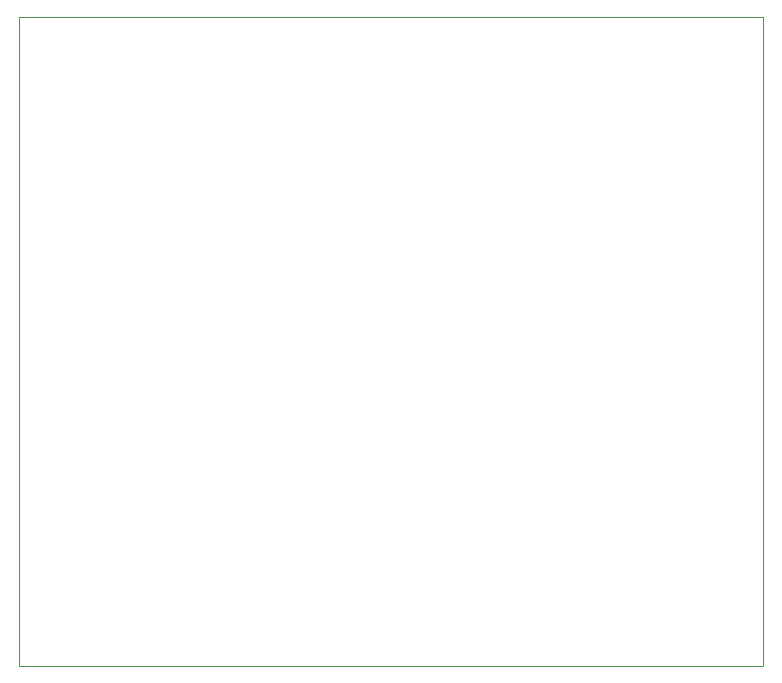
<source format=gbr>
%TF.GenerationSoftware,KiCad,Pcbnew,(6.0.6)*%
%TF.CreationDate,2022-07-29T16:28:39-07:00*%
%TF.ProjectId,ubitx power supply,75626974-7820-4706-9f77-657220737570,rev?*%
%TF.SameCoordinates,Original*%
%TF.FileFunction,Profile,NP*%
%FSLAX46Y46*%
G04 Gerber Fmt 4.6, Leading zero omitted, Abs format (unit mm)*
G04 Created by KiCad (PCBNEW (6.0.6)) date 2022-07-29 16:28:39*
%MOMM*%
%LPD*%
G01*
G04 APERTURE LIST*
%TA.AperFunction,Profile*%
%ADD10C,0.100000*%
%TD*%
G04 APERTURE END LIST*
D10*
X103816000Y-114082000D02*
X166816000Y-114082000D01*
X166816000Y-114082000D02*
X166816000Y-59082000D01*
X166816000Y-59082000D02*
X103816000Y-59082000D01*
X103816000Y-59082000D02*
X103816000Y-114082000D01*
M02*

</source>
